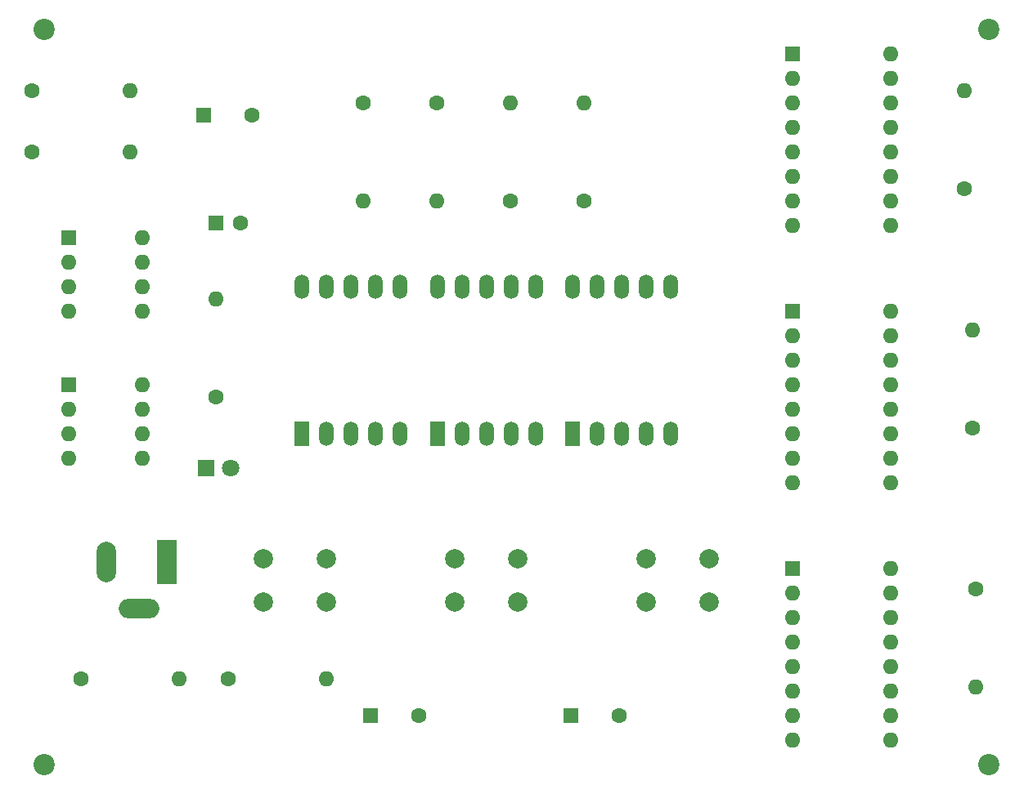
<source format=gbr>
%TF.GenerationSoftware,KiCad,Pcbnew,6.0.11+dfsg-1*%
%TF.CreationDate,2024-10-10T07:54:30+00:00*%
%TF.ProjectId,stoper,73746f70-6572-42e6-9b69-6361645f7063,rev?*%
%TF.SameCoordinates,Original*%
%TF.FileFunction,Soldermask,Top*%
%TF.FilePolarity,Negative*%
%FSLAX46Y46*%
G04 Gerber Fmt 4.6, Leading zero omitted, Abs format (unit mm)*
G04 Created by KiCad (PCBNEW 6.0.11+dfsg-1) date 2024-10-10 07:54:30*
%MOMM*%
%LPD*%
G01*
G04 APERTURE LIST*
%ADD10C,2.200000*%
%ADD11R,1.600000X1.600000*%
%ADD12O,1.600000X1.600000*%
%ADD13C,1.600000*%
%ADD14R,1.524000X2.524000*%
%ADD15O,1.524000X2.524000*%
%ADD16C,2.000000*%
%ADD17R,2.000000X4.600000*%
%ADD18O,2.000000X4.200000*%
%ADD19O,4.200000X2.000000*%
%ADD20R,1.800000X1.800000*%
%ADD21C,1.800000*%
G04 APERTURE END LIST*
D10*
%TO.C,REF2*%
X172720000Y-49530000D03*
%TD*%
%TO.C,REF1*%
X74930000Y-49530000D03*
%TD*%
%TO.C,REF4*%
X172720000Y-125730000D03*
%TD*%
%TO.C,REF3*%
X74930000Y-125730000D03*
%TD*%
D11*
%TO.C,MillisecondsTimer1*%
X77480000Y-71130000D03*
D12*
X77480000Y-73670000D03*
X77480000Y-76210000D03*
X77480000Y-78750000D03*
X85100000Y-78750000D03*
X85100000Y-76210000D03*
X85100000Y-73670000D03*
X85100000Y-71130000D03*
%TD*%
D13*
%TO.C,R11*%
X130810000Y-67310000D03*
D12*
X130810000Y-57150000D03*
%TD*%
D14*
%TO.C,SingleSecondsDisplay1*%
X115600000Y-91440000D03*
D15*
X118140000Y-91440000D03*
X120680000Y-91440000D03*
X123220000Y-91440000D03*
X125760000Y-91440000D03*
X125760000Y-76200000D03*
X123220000Y-76200000D03*
X120680000Y-76200000D03*
X118140000Y-76200000D03*
X115600000Y-76200000D03*
%TD*%
D11*
%TO.C,DefaultOff1*%
X108714245Y-120650000D03*
D13*
X113714245Y-120650000D03*
%TD*%
%TO.C,R7*%
X171350000Y-107560000D03*
D12*
X171350000Y-117720000D03*
%TD*%
D11*
%TO.C,MilliSecondsCounter1*%
X152380000Y-105425000D03*
D12*
X152380000Y-107965000D03*
X152380000Y-110505000D03*
X152380000Y-113045000D03*
X152380000Y-115585000D03*
X152380000Y-118125000D03*
X152380000Y-120665000D03*
X152380000Y-123205000D03*
X162540000Y-123205000D03*
X162540000Y-120665000D03*
X162540000Y-118125000D03*
X162540000Y-115585000D03*
X162540000Y-113045000D03*
X162540000Y-110505000D03*
X162540000Y-107965000D03*
X162540000Y-105425000D03*
%TD*%
D11*
%TO.C,C1*%
X92710000Y-69580000D03*
D13*
X95210000Y-69580000D03*
%TD*%
D14*
%TO.C,DoubleSecondsDisplay1*%
X101600000Y-91440000D03*
D15*
X104140000Y-91440000D03*
X106680000Y-91440000D03*
X109220000Y-91440000D03*
X111760000Y-91440000D03*
X111760000Y-76200000D03*
X109220000Y-76200000D03*
X106680000Y-76200000D03*
X104140000Y-76200000D03*
X101600000Y-76200000D03*
%TD*%
D16*
%TO.C,On1*%
X97634436Y-104430000D03*
X104134436Y-104430000D03*
X97634436Y-108930000D03*
X104134436Y-108930000D03*
%TD*%
D13*
%TO.C,R9*%
X123190000Y-67310000D03*
D12*
X123190000Y-57150000D03*
%TD*%
D13*
%TO.C,R3*%
X92710000Y-87630000D03*
D12*
X92710000Y-77470000D03*
%TD*%
D17*
%TO.C,PWR1*%
X87630000Y-104760000D03*
D18*
X81330000Y-104760000D03*
D19*
X84730000Y-109560000D03*
%TD*%
D13*
%TO.C,R1*%
X78740000Y-116840000D03*
D12*
X88900000Y-116840000D03*
%TD*%
%TO.C,R10*%
X170980000Y-80690000D03*
D13*
X170980000Y-90850000D03*
%TD*%
D14*
%TO.C,MilliSecondsDisplay1*%
X129600000Y-91440000D03*
D15*
X132140000Y-91440000D03*
X134680000Y-91440000D03*
X137220000Y-91440000D03*
X139760000Y-91440000D03*
X139760000Y-76200000D03*
X137220000Y-76200000D03*
X134680000Y-76200000D03*
X132140000Y-76200000D03*
X129600000Y-76200000D03*
%TD*%
D12*
%TO.C,R12*%
X170180000Y-55880000D03*
D13*
X170180000Y-66040000D03*
%TD*%
D11*
%TO.C,DoubleSecondsCounter1*%
X152380000Y-52085000D03*
D12*
X152380000Y-54625000D03*
X152380000Y-57165000D03*
X152380000Y-59705000D03*
X152380000Y-62245000D03*
X152380000Y-64785000D03*
X152380000Y-67325000D03*
X152380000Y-69865000D03*
X162540000Y-69865000D03*
X162540000Y-67325000D03*
X162540000Y-64785000D03*
X162540000Y-62245000D03*
X162540000Y-59705000D03*
X162540000Y-57165000D03*
X162540000Y-54625000D03*
X162540000Y-52085000D03*
%TD*%
D13*
%TO.C,R6*%
X107950000Y-57150000D03*
D12*
X107950000Y-67310000D03*
%TD*%
D16*
%TO.C,Off1*%
X117430000Y-104430000D03*
X123930000Y-104430000D03*
X117430000Y-108930000D03*
X123930000Y-108930000D03*
%TD*%
D11*
%TO.C,MillisecondsC1*%
X91440000Y-58420000D03*
D13*
X96440000Y-58420000D03*
%TD*%
%TO.C,R5*%
X73660000Y-62210000D03*
D12*
X83820000Y-62210000D03*
%TD*%
D11*
%TO.C,OnOff1*%
X77470000Y-86360000D03*
D12*
X77470000Y-88900000D03*
X77470000Y-91440000D03*
X77470000Y-93980000D03*
X85090000Y-93980000D03*
X85090000Y-91440000D03*
X85090000Y-88900000D03*
X85090000Y-86360000D03*
%TD*%
%TO.C,R8*%
X115570000Y-67310000D03*
D13*
X115570000Y-57150000D03*
%TD*%
%TO.C,R2*%
X93980000Y-116840000D03*
D12*
X104140000Y-116840000D03*
%TD*%
%TO.C,SingleSecondsCounter1*%
X162540000Y-78755000D03*
X162540000Y-81295000D03*
X162540000Y-83835000D03*
X162540000Y-86375000D03*
X162540000Y-88915000D03*
X162540000Y-91455000D03*
X162540000Y-93995000D03*
X162540000Y-96535000D03*
X152380000Y-96535000D03*
X152380000Y-93995000D03*
X152380000Y-91455000D03*
X152380000Y-88915000D03*
X152380000Y-86375000D03*
X152380000Y-83835000D03*
X152380000Y-81295000D03*
D11*
X152380000Y-78755000D03*
%TD*%
D16*
%TO.C,Reset1*%
X137225564Y-104430000D03*
X143725564Y-104430000D03*
X143725564Y-108930000D03*
X137225564Y-108930000D03*
%TD*%
D20*
%TO.C,OnOffLed1*%
X91640000Y-95050322D03*
D21*
X94180000Y-95050322D03*
%TD*%
D13*
%TO.C,R4*%
X73660000Y-55880000D03*
D12*
X83820000Y-55880000D03*
%TD*%
D13*
%TO.C,DefaultReset1*%
X134463339Y-120650000D03*
D11*
X129463339Y-120650000D03*
%TD*%
M02*

</source>
